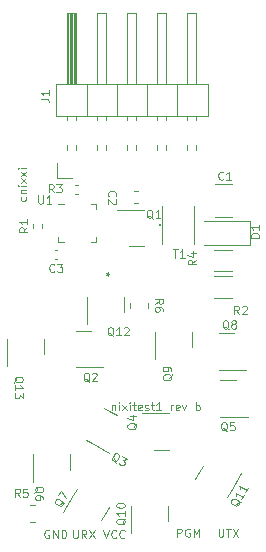
<source format=gbr>
%TF.GenerationSoftware,KiCad,Pcbnew,6.0.11-2627ca5db0~126~ubuntu20.04.1*%
%TF.CreationDate,2023-06-08T18:55:48-04:00*%
%TF.ProjectId,nixitest1,6e697869-7465-4737-9431-2e6b69636164,rev?*%
%TF.SameCoordinates,Original*%
%TF.FileFunction,Legend,Top*%
%TF.FilePolarity,Positive*%
%FSLAX46Y46*%
G04 Gerber Fmt 4.6, Leading zero omitted, Abs format (unit mm)*
G04 Created by KiCad (PCBNEW 6.0.11-2627ca5db0~126~ubuntu20.04.1) date 2023-06-08 18:55:48*
%MOMM*%
%LPD*%
G01*
G04 APERTURE LIST*
%ADD10C,0.100000*%
%ADD11C,0.120000*%
G04 APERTURE END LIST*
D10*
X82966666Y-93150000D02*
X82900000Y-93116666D01*
X82800000Y-93116666D01*
X82700000Y-93150000D01*
X82633333Y-93216666D01*
X82600000Y-93283333D01*
X82566666Y-93416666D01*
X82566666Y-93516666D01*
X82600000Y-93650000D01*
X82633333Y-93716666D01*
X82700000Y-93783333D01*
X82800000Y-93816666D01*
X82866666Y-93816666D01*
X82966666Y-93783333D01*
X83000000Y-93750000D01*
X83000000Y-93516666D01*
X82866666Y-93516666D01*
X83300000Y-93816666D02*
X83300000Y-93116666D01*
X83700000Y-93816666D01*
X83700000Y-93116666D01*
X84033333Y-93816666D02*
X84033333Y-93116666D01*
X84200000Y-93116666D01*
X84300000Y-93150000D01*
X84366666Y-93216666D01*
X84400000Y-93283333D01*
X84433333Y-93416666D01*
X84433333Y-93516666D01*
X84400000Y-93650000D01*
X84366666Y-93716666D01*
X84300000Y-93783333D01*
X84200000Y-93816666D01*
X84033333Y-93816666D01*
X81003333Y-64910000D02*
X81036666Y-64976666D01*
X81036666Y-65110000D01*
X81003333Y-65176666D01*
X80970000Y-65210000D01*
X80903333Y-65243333D01*
X80703333Y-65243333D01*
X80636666Y-65210000D01*
X80603333Y-65176666D01*
X80570000Y-65110000D01*
X80570000Y-64976666D01*
X80603333Y-64910000D01*
X80570000Y-64610000D02*
X81036666Y-64610000D01*
X80636666Y-64610000D02*
X80603333Y-64576666D01*
X80570000Y-64510000D01*
X80570000Y-64410000D01*
X80603333Y-64343333D01*
X80670000Y-64310000D01*
X81036666Y-64310000D01*
X81036666Y-63976666D02*
X80570000Y-63976666D01*
X80336666Y-63976666D02*
X80370000Y-64010000D01*
X80403333Y-63976666D01*
X80370000Y-63943333D01*
X80336666Y-63976666D01*
X80403333Y-63976666D01*
X81036666Y-63710000D02*
X80570000Y-63343333D01*
X80570000Y-63710000D02*
X81036666Y-63343333D01*
X81036666Y-63143333D02*
X80570000Y-62776666D01*
X80570000Y-63143333D02*
X81036666Y-62776666D01*
X81036666Y-62510000D02*
X80570000Y-62510000D01*
X80336666Y-62510000D02*
X80370000Y-62543333D01*
X80403333Y-62510000D01*
X80370000Y-62476666D01*
X80336666Y-62510000D01*
X80403333Y-62510000D01*
X87778023Y-71531666D02*
X87922361Y-71448333D01*
X87947959Y-71626004D02*
X87922361Y-71448333D01*
X87781292Y-71337329D01*
X88087831Y-71468269D02*
X87922361Y-71448333D01*
X87987831Y-71295064D01*
X97325000Y-92991666D02*
X97325000Y-93558333D01*
X97358333Y-93625000D01*
X97391666Y-93658333D01*
X97458333Y-93691666D01*
X97591666Y-93691666D01*
X97658333Y-93658333D01*
X97691666Y-93625000D01*
X97725000Y-93558333D01*
X97725000Y-92991666D01*
X97958333Y-92991666D02*
X98358333Y-92991666D01*
X98158333Y-93691666D02*
X98158333Y-92991666D01*
X98525000Y-92991666D02*
X98991666Y-93691666D01*
X98991666Y-92991666D02*
X98525000Y-93691666D01*
X93816666Y-93691666D02*
X93816666Y-92991666D01*
X94083333Y-92991666D01*
X94150000Y-93025000D01*
X94183333Y-93058333D01*
X94216666Y-93125000D01*
X94216666Y-93225000D01*
X94183333Y-93291666D01*
X94150000Y-93325000D01*
X94083333Y-93358333D01*
X93816666Y-93358333D01*
X94883333Y-93025000D02*
X94816666Y-92991666D01*
X94716666Y-92991666D01*
X94616666Y-93025000D01*
X94550000Y-93091666D01*
X94516666Y-93158333D01*
X94483333Y-93291666D01*
X94483333Y-93391666D01*
X94516666Y-93525000D01*
X94550000Y-93591666D01*
X94616666Y-93658333D01*
X94716666Y-93691666D01*
X94783333Y-93691666D01*
X94883333Y-93658333D01*
X94916666Y-93625000D01*
X94916666Y-93391666D01*
X94783333Y-93391666D01*
X95216666Y-93691666D02*
X95216666Y-92991666D01*
X95450000Y-93491666D01*
X95683333Y-92991666D01*
X95683333Y-93691666D01*
X84991666Y-93116666D02*
X84991666Y-93683333D01*
X85025000Y-93750000D01*
X85058333Y-93783333D01*
X85125000Y-93816666D01*
X85258333Y-93816666D01*
X85325000Y-93783333D01*
X85358333Y-93750000D01*
X85391666Y-93683333D01*
X85391666Y-93116666D01*
X86125000Y-93816666D02*
X85891666Y-93483333D01*
X85725000Y-93816666D02*
X85725000Y-93116666D01*
X85991666Y-93116666D01*
X86058333Y-93150000D01*
X86091666Y-93183333D01*
X86125000Y-93250000D01*
X86125000Y-93350000D01*
X86091666Y-93416666D01*
X86058333Y-93450000D01*
X85991666Y-93483333D01*
X85725000Y-93483333D01*
X86358333Y-93116666D02*
X86825000Y-93816666D01*
X86825000Y-93116666D02*
X86358333Y-93816666D01*
X87566666Y-93116666D02*
X87800000Y-93816666D01*
X88033333Y-93116666D01*
X88666666Y-93750000D02*
X88633333Y-93783333D01*
X88533333Y-93816666D01*
X88466666Y-93816666D01*
X88366666Y-93783333D01*
X88300000Y-93716666D01*
X88266666Y-93650000D01*
X88233333Y-93516666D01*
X88233333Y-93416666D01*
X88266666Y-93283333D01*
X88300000Y-93216666D01*
X88366666Y-93150000D01*
X88466666Y-93116666D01*
X88533333Y-93116666D01*
X88633333Y-93150000D01*
X88666666Y-93183333D01*
X89366666Y-93750000D02*
X89333333Y-93783333D01*
X89233333Y-93816666D01*
X89166666Y-93816666D01*
X89066666Y-93783333D01*
X89000000Y-93716666D01*
X88966666Y-93650000D01*
X88933333Y-93516666D01*
X88933333Y-93416666D01*
X88966666Y-93283333D01*
X89000000Y-93216666D01*
X89066666Y-93150000D01*
X89166666Y-93116666D01*
X89233333Y-93116666D01*
X89333333Y-93150000D01*
X89366666Y-93183333D01*
X88273333Y-82530000D02*
X88273333Y-82996666D01*
X88273333Y-82596666D02*
X88306666Y-82563333D01*
X88373333Y-82530000D01*
X88473333Y-82530000D01*
X88540000Y-82563333D01*
X88573333Y-82630000D01*
X88573333Y-82996666D01*
X88906666Y-82996666D02*
X88906666Y-82530000D01*
X88906666Y-82296666D02*
X88873333Y-82330000D01*
X88906666Y-82363333D01*
X88940000Y-82330000D01*
X88906666Y-82296666D01*
X88906666Y-82363333D01*
X89173333Y-82996666D02*
X89540000Y-82530000D01*
X89173333Y-82530000D02*
X89540000Y-82996666D01*
X89806666Y-82996666D02*
X89806666Y-82530000D01*
X89806666Y-82296666D02*
X89773333Y-82330000D01*
X89806666Y-82363333D01*
X89840000Y-82330000D01*
X89806666Y-82296666D01*
X89806666Y-82363333D01*
X90040000Y-82530000D02*
X90306666Y-82530000D01*
X90140000Y-82296666D02*
X90140000Y-82896666D01*
X90173333Y-82963333D01*
X90240000Y-82996666D01*
X90306666Y-82996666D01*
X90806666Y-82963333D02*
X90740000Y-82996666D01*
X90606666Y-82996666D01*
X90540000Y-82963333D01*
X90506666Y-82896666D01*
X90506666Y-82630000D01*
X90540000Y-82563333D01*
X90606666Y-82530000D01*
X90740000Y-82530000D01*
X90806666Y-82563333D01*
X90840000Y-82630000D01*
X90840000Y-82696666D01*
X90506666Y-82763333D01*
X91106666Y-82963333D02*
X91173333Y-82996666D01*
X91306666Y-82996666D01*
X91373333Y-82963333D01*
X91406666Y-82896666D01*
X91406666Y-82863333D01*
X91373333Y-82796666D01*
X91306666Y-82763333D01*
X91206666Y-82763333D01*
X91140000Y-82730000D01*
X91106666Y-82663333D01*
X91106666Y-82630000D01*
X91140000Y-82563333D01*
X91206666Y-82530000D01*
X91306666Y-82530000D01*
X91373333Y-82563333D01*
X91606666Y-82530000D02*
X91873333Y-82530000D01*
X91706666Y-82296666D02*
X91706666Y-82896666D01*
X91740000Y-82963333D01*
X91806666Y-82996666D01*
X91873333Y-82996666D01*
X92473333Y-82996666D02*
X92073333Y-82996666D01*
X92273333Y-82996666D02*
X92273333Y-82296666D01*
X92206666Y-82396666D01*
X92140000Y-82463333D01*
X92073333Y-82496666D01*
X93306666Y-82996666D02*
X93306666Y-82530000D01*
X93306666Y-82663333D02*
X93340000Y-82596666D01*
X93373333Y-82563333D01*
X93440000Y-82530000D01*
X93506666Y-82530000D01*
X94006666Y-82963333D02*
X93940000Y-82996666D01*
X93806666Y-82996666D01*
X93740000Y-82963333D01*
X93706666Y-82896666D01*
X93706666Y-82630000D01*
X93740000Y-82563333D01*
X93806666Y-82530000D01*
X93940000Y-82530000D01*
X94006666Y-82563333D01*
X94040000Y-82630000D01*
X94040000Y-82696666D01*
X93706666Y-82763333D01*
X94273333Y-82530000D02*
X94440000Y-82996666D01*
X94606666Y-82530000D01*
X95406666Y-82996666D02*
X95406666Y-82296666D01*
X95406666Y-82563333D02*
X95473333Y-82530000D01*
X95606666Y-82530000D01*
X95673333Y-82563333D01*
X95706666Y-82596666D01*
X95740000Y-82663333D01*
X95740000Y-82863333D01*
X95706666Y-82930000D01*
X95673333Y-82963333D01*
X95606666Y-82996666D01*
X95473333Y-82996666D01*
X95406666Y-82963333D01*
%TO.C,C1*%
X97733333Y-63400000D02*
X97700000Y-63433333D01*
X97600000Y-63466666D01*
X97533333Y-63466666D01*
X97433333Y-63433333D01*
X97366666Y-63366666D01*
X97333333Y-63300000D01*
X97300000Y-63166666D01*
X97300000Y-63066666D01*
X97333333Y-62933333D01*
X97366666Y-62866666D01*
X97433333Y-62800000D01*
X97533333Y-62766666D01*
X97600000Y-62766666D01*
X97700000Y-62800000D01*
X97733333Y-62833333D01*
X98400000Y-63466666D02*
X98000000Y-63466666D01*
X98200000Y-63466666D02*
X98200000Y-62766666D01*
X98133333Y-62866666D01*
X98066666Y-62933333D01*
X98000000Y-62966666D01*
%TO.C,Q5*%
X98053333Y-84753333D02*
X97986666Y-84720000D01*
X97920000Y-84653333D01*
X97820000Y-84553333D01*
X97753333Y-84520000D01*
X97686666Y-84520000D01*
X97720000Y-84686666D02*
X97653333Y-84653333D01*
X97586666Y-84586666D01*
X97553333Y-84453333D01*
X97553333Y-84220000D01*
X97586666Y-84086666D01*
X97653333Y-84020000D01*
X97720000Y-83986666D01*
X97853333Y-83986666D01*
X97920000Y-84020000D01*
X97986666Y-84086666D01*
X98020000Y-84220000D01*
X98020000Y-84453333D01*
X97986666Y-84586666D01*
X97920000Y-84653333D01*
X97853333Y-84686666D01*
X97720000Y-84686666D01*
X98653333Y-83986666D02*
X98320000Y-83986666D01*
X98286666Y-84320000D01*
X98320000Y-84286666D01*
X98386666Y-84253333D01*
X98553333Y-84253333D01*
X98620000Y-84286666D01*
X98653333Y-84320000D01*
X98686666Y-84386666D01*
X98686666Y-84553333D01*
X98653333Y-84620000D01*
X98620000Y-84653333D01*
X98553333Y-84686666D01*
X98386666Y-84686666D01*
X98320000Y-84653333D01*
X98286666Y-84620000D01*
%TO.C,Q9*%
X93393333Y-79916666D02*
X93360000Y-79983333D01*
X93293333Y-80050000D01*
X93193333Y-80150000D01*
X93160000Y-80216666D01*
X93160000Y-80283333D01*
X93326666Y-80250000D02*
X93293333Y-80316666D01*
X93226666Y-80383333D01*
X93093333Y-80416666D01*
X92860000Y-80416666D01*
X92726666Y-80383333D01*
X92660000Y-80316666D01*
X92626666Y-80250000D01*
X92626666Y-80116666D01*
X92660000Y-80050000D01*
X92726666Y-79983333D01*
X92860000Y-79950000D01*
X93093333Y-79950000D01*
X93226666Y-79983333D01*
X93293333Y-80050000D01*
X93326666Y-80116666D01*
X93326666Y-80250000D01*
X93326666Y-79616666D02*
X93326666Y-79483333D01*
X93293333Y-79416666D01*
X93260000Y-79383333D01*
X93160000Y-79316666D01*
X93026666Y-79283333D01*
X92760000Y-79283333D01*
X92693333Y-79316666D01*
X92660000Y-79350000D01*
X92626666Y-79416666D01*
X92626666Y-79550000D01*
X92660000Y-79616666D01*
X92693333Y-79650000D01*
X92760000Y-79683333D01*
X92926666Y-79683333D01*
X92993333Y-79650000D01*
X93026666Y-79616666D01*
X93060000Y-79550000D01*
X93060000Y-79416666D01*
X93026666Y-79350000D01*
X92993333Y-79316666D01*
X92926666Y-79283333D01*
%TO.C,Q12*%
X88430000Y-76713333D02*
X88363333Y-76680000D01*
X88296666Y-76613333D01*
X88196666Y-76513333D01*
X88130000Y-76480000D01*
X88063333Y-76480000D01*
X88096666Y-76646666D02*
X88030000Y-76613333D01*
X87963333Y-76546666D01*
X87930000Y-76413333D01*
X87930000Y-76180000D01*
X87963333Y-76046666D01*
X88030000Y-75980000D01*
X88096666Y-75946666D01*
X88230000Y-75946666D01*
X88296666Y-75980000D01*
X88363333Y-76046666D01*
X88396666Y-76180000D01*
X88396666Y-76413333D01*
X88363333Y-76546666D01*
X88296666Y-76613333D01*
X88230000Y-76646666D01*
X88096666Y-76646666D01*
X89063333Y-76646666D02*
X88663333Y-76646666D01*
X88863333Y-76646666D02*
X88863333Y-75946666D01*
X88796666Y-76046666D01*
X88730000Y-76113333D01*
X88663333Y-76146666D01*
X89330000Y-76013333D02*
X89363333Y-75980000D01*
X89430000Y-75946666D01*
X89596666Y-75946666D01*
X89663333Y-75980000D01*
X89696666Y-76013333D01*
X89730000Y-76080000D01*
X89730000Y-76146666D01*
X89696666Y-76246666D01*
X89296666Y-76646666D01*
X89730000Y-76646666D01*
%TO.C,Q13*%
X79986666Y-80640000D02*
X80020000Y-80573333D01*
X80086666Y-80506666D01*
X80186666Y-80406666D01*
X80220000Y-80340000D01*
X80220000Y-80273333D01*
X80053333Y-80306666D02*
X80086666Y-80240000D01*
X80153333Y-80173333D01*
X80286666Y-80140000D01*
X80520000Y-80140000D01*
X80653333Y-80173333D01*
X80720000Y-80240000D01*
X80753333Y-80306666D01*
X80753333Y-80440000D01*
X80720000Y-80506666D01*
X80653333Y-80573333D01*
X80520000Y-80606666D01*
X80286666Y-80606666D01*
X80153333Y-80573333D01*
X80086666Y-80506666D01*
X80053333Y-80440000D01*
X80053333Y-80306666D01*
X80053333Y-81273333D02*
X80053333Y-80873333D01*
X80053333Y-81073333D02*
X80753333Y-81073333D01*
X80653333Y-81006666D01*
X80586666Y-80940000D01*
X80553333Y-80873333D01*
X80753333Y-81506666D02*
X80753333Y-81940000D01*
X80486666Y-81706666D01*
X80486666Y-81806666D01*
X80453333Y-81873333D01*
X80420000Y-81906666D01*
X80353333Y-81940000D01*
X80186666Y-81940000D01*
X80120000Y-81906666D01*
X80086666Y-81873333D01*
X80053333Y-81806666D01*
X80053333Y-81606666D01*
X80086666Y-81540000D01*
X80120000Y-81506666D01*
%TO.C,Q6*%
X81736666Y-89953333D02*
X81770000Y-89886666D01*
X81836666Y-89820000D01*
X81936666Y-89720000D01*
X81970000Y-89653333D01*
X81970000Y-89586666D01*
X81803333Y-89620000D02*
X81836666Y-89553333D01*
X81903333Y-89486666D01*
X82036666Y-89453333D01*
X82270000Y-89453333D01*
X82403333Y-89486666D01*
X82470000Y-89553333D01*
X82503333Y-89620000D01*
X82503333Y-89753333D01*
X82470000Y-89820000D01*
X82403333Y-89886666D01*
X82270000Y-89920000D01*
X82036666Y-89920000D01*
X81903333Y-89886666D01*
X81836666Y-89820000D01*
X81803333Y-89753333D01*
X81803333Y-89620000D01*
X82503333Y-90520000D02*
X82503333Y-90386666D01*
X82470000Y-90320000D01*
X82436666Y-90286666D01*
X82336666Y-90220000D01*
X82203333Y-90186666D01*
X81936666Y-90186666D01*
X81870000Y-90220000D01*
X81836666Y-90253333D01*
X81803333Y-90320000D01*
X81803333Y-90453333D01*
X81836666Y-90520000D01*
X81870000Y-90553333D01*
X81936666Y-90586666D01*
X82103333Y-90586666D01*
X82170000Y-90553333D01*
X82203333Y-90520000D01*
X82236666Y-90453333D01*
X82236666Y-90320000D01*
X82203333Y-90253333D01*
X82170000Y-90220000D01*
X82103333Y-90186666D01*
%TO.C,T1*%
X93466666Y-69366666D02*
X93866666Y-69366666D01*
X93666666Y-70066666D02*
X93666666Y-69366666D01*
X94466666Y-70066666D02*
X94066666Y-70066666D01*
X94266666Y-70066666D02*
X94266666Y-69366666D01*
X94200000Y-69466666D01*
X94133333Y-69533333D01*
X94066666Y-69566666D01*
%TO.C,U1*%
X82066666Y-64796666D02*
X82066666Y-65363333D01*
X82100000Y-65430000D01*
X82133333Y-65463333D01*
X82200000Y-65496666D01*
X82333333Y-65496666D01*
X82400000Y-65463333D01*
X82433333Y-65430000D01*
X82466666Y-65363333D01*
X82466666Y-64796666D01*
X83166666Y-65496666D02*
X82766666Y-65496666D01*
X82966666Y-65496666D02*
X82966666Y-64796666D01*
X82900000Y-64896666D01*
X82833333Y-64963333D01*
X82766666Y-64996666D01*
%TO.C,Q4*%
X90383333Y-84066666D02*
X90350000Y-84133333D01*
X90283333Y-84200000D01*
X90183333Y-84300000D01*
X90150000Y-84366666D01*
X90150000Y-84433333D01*
X90316666Y-84400000D02*
X90283333Y-84466666D01*
X90216666Y-84533333D01*
X90083333Y-84566666D01*
X89850000Y-84566666D01*
X89716666Y-84533333D01*
X89650000Y-84466666D01*
X89616666Y-84400000D01*
X89616666Y-84266666D01*
X89650000Y-84200000D01*
X89716666Y-84133333D01*
X89850000Y-84100000D01*
X90083333Y-84100000D01*
X90216666Y-84133333D01*
X90283333Y-84200000D01*
X90316666Y-84266666D01*
X90316666Y-84400000D01*
X89850000Y-83500000D02*
X90316666Y-83500000D01*
X89583333Y-83666666D02*
X90083333Y-83833333D01*
X90083333Y-83400000D01*
%TO.C,R1*%
X81146666Y-67476666D02*
X80813333Y-67710000D01*
X81146666Y-67876666D02*
X80446666Y-67876666D01*
X80446666Y-67610000D01*
X80480000Y-67543333D01*
X80513333Y-67510000D01*
X80580000Y-67476666D01*
X80680000Y-67476666D01*
X80746666Y-67510000D01*
X80780000Y-67543333D01*
X80813333Y-67610000D01*
X80813333Y-67876666D01*
X81146666Y-66810000D02*
X81146666Y-67210000D01*
X81146666Y-67010000D02*
X80446666Y-67010000D01*
X80546666Y-67076666D01*
X80613333Y-67143333D01*
X80646666Y-67210000D01*
%TO.C,Q2*%
X86393333Y-80573333D02*
X86326666Y-80540000D01*
X86260000Y-80473333D01*
X86160000Y-80373333D01*
X86093333Y-80340000D01*
X86026666Y-80340000D01*
X86060000Y-80506666D02*
X85993333Y-80473333D01*
X85926666Y-80406666D01*
X85893333Y-80273333D01*
X85893333Y-80040000D01*
X85926666Y-79906666D01*
X85993333Y-79840000D01*
X86060000Y-79806666D01*
X86193333Y-79806666D01*
X86260000Y-79840000D01*
X86326666Y-79906666D01*
X86360000Y-80040000D01*
X86360000Y-80273333D01*
X86326666Y-80406666D01*
X86260000Y-80473333D01*
X86193333Y-80506666D01*
X86060000Y-80506666D01*
X86626666Y-79873333D02*
X86660000Y-79840000D01*
X86726666Y-79806666D01*
X86893333Y-79806666D01*
X86960000Y-79840000D01*
X86993333Y-79873333D01*
X87026666Y-79940000D01*
X87026666Y-80006666D01*
X86993333Y-80106666D01*
X86593333Y-80506666D01*
X87026666Y-80506666D01*
%TO.C,Q1*%
X91758333Y-66758333D02*
X91691666Y-66725000D01*
X91625000Y-66658333D01*
X91525000Y-66558333D01*
X91458333Y-66525000D01*
X91391666Y-66525000D01*
X91425000Y-66691666D02*
X91358333Y-66658333D01*
X91291666Y-66591666D01*
X91258333Y-66458333D01*
X91258333Y-66225000D01*
X91291666Y-66091666D01*
X91358333Y-66025000D01*
X91425000Y-65991666D01*
X91558333Y-65991666D01*
X91625000Y-66025000D01*
X91691666Y-66091666D01*
X91725000Y-66225000D01*
X91725000Y-66458333D01*
X91691666Y-66591666D01*
X91625000Y-66658333D01*
X91558333Y-66691666D01*
X91425000Y-66691666D01*
X92391666Y-66691666D02*
X91991666Y-66691666D01*
X92191666Y-66691666D02*
X92191666Y-65991666D01*
X92125000Y-66091666D01*
X92058333Y-66158333D01*
X91991666Y-66191666D01*
%TO.C,R3*%
X83373333Y-64541666D02*
X83140000Y-64208333D01*
X82973333Y-64541666D02*
X82973333Y-63841666D01*
X83240000Y-63841666D01*
X83306666Y-63875000D01*
X83340000Y-63908333D01*
X83373333Y-63975000D01*
X83373333Y-64075000D01*
X83340000Y-64141666D01*
X83306666Y-64175000D01*
X83240000Y-64208333D01*
X82973333Y-64208333D01*
X83606666Y-63841666D02*
X84040000Y-63841666D01*
X83806666Y-64108333D01*
X83906666Y-64108333D01*
X83973333Y-64141666D01*
X84006666Y-64175000D01*
X84040000Y-64241666D01*
X84040000Y-64408333D01*
X84006666Y-64475000D01*
X83973333Y-64508333D01*
X83906666Y-64541666D01*
X83706666Y-64541666D01*
X83640000Y-64508333D01*
X83606666Y-64475000D01*
%TO.C,R6*%
X91923333Y-73973333D02*
X92256666Y-73740000D01*
X91923333Y-73573333D02*
X92623333Y-73573333D01*
X92623333Y-73840000D01*
X92590000Y-73906666D01*
X92556666Y-73940000D01*
X92490000Y-73973333D01*
X92390000Y-73973333D01*
X92323333Y-73940000D01*
X92290000Y-73906666D01*
X92256666Y-73840000D01*
X92256666Y-73573333D01*
X92623333Y-74573333D02*
X92623333Y-74440000D01*
X92590000Y-74373333D01*
X92556666Y-74340000D01*
X92456666Y-74273333D01*
X92323333Y-74240000D01*
X92056666Y-74240000D01*
X91990000Y-74273333D01*
X91956666Y-74306666D01*
X91923333Y-74373333D01*
X91923333Y-74506666D01*
X91956666Y-74573333D01*
X91990000Y-74606666D01*
X92056666Y-74640000D01*
X92223333Y-74640000D01*
X92290000Y-74606666D01*
X92323333Y-74573333D01*
X92356666Y-74506666D01*
X92356666Y-74373333D01*
X92323333Y-74306666D01*
X92290000Y-74273333D01*
X92223333Y-74240000D01*
%TO.C,R2*%
X99068333Y-74841666D02*
X98835000Y-74508333D01*
X98668333Y-74841666D02*
X98668333Y-74141666D01*
X98935000Y-74141666D01*
X99001666Y-74175000D01*
X99035000Y-74208333D01*
X99068333Y-74275000D01*
X99068333Y-74375000D01*
X99035000Y-74441666D01*
X99001666Y-74475000D01*
X98935000Y-74508333D01*
X98668333Y-74508333D01*
X99335000Y-74208333D02*
X99368333Y-74175000D01*
X99435000Y-74141666D01*
X99601666Y-74141666D01*
X99668333Y-74175000D01*
X99701666Y-74208333D01*
X99735000Y-74275000D01*
X99735000Y-74341666D01*
X99701666Y-74441666D01*
X99301666Y-74841666D01*
X99735000Y-74841666D01*
%TO.C,Q10*%
X89453333Y-92130000D02*
X89420000Y-92196666D01*
X89353333Y-92263333D01*
X89253333Y-92363333D01*
X89220000Y-92430000D01*
X89220000Y-92496666D01*
X89386666Y-92463333D02*
X89353333Y-92530000D01*
X89286666Y-92596666D01*
X89153333Y-92630000D01*
X88920000Y-92630000D01*
X88786666Y-92596666D01*
X88720000Y-92530000D01*
X88686666Y-92463333D01*
X88686666Y-92330000D01*
X88720000Y-92263333D01*
X88786666Y-92196666D01*
X88920000Y-92163333D01*
X89153333Y-92163333D01*
X89286666Y-92196666D01*
X89353333Y-92263333D01*
X89386666Y-92330000D01*
X89386666Y-92463333D01*
X89386666Y-91496666D02*
X89386666Y-91896666D01*
X89386666Y-91696666D02*
X88686666Y-91696666D01*
X88786666Y-91763333D01*
X88853333Y-91830000D01*
X88886666Y-91896666D01*
X88686666Y-91063333D02*
X88686666Y-90996666D01*
X88720000Y-90930000D01*
X88753333Y-90896666D01*
X88820000Y-90863333D01*
X88953333Y-90830000D01*
X89120000Y-90830000D01*
X89253333Y-90863333D01*
X89320000Y-90896666D01*
X89353333Y-90930000D01*
X89386666Y-90996666D01*
X89386666Y-91063333D01*
X89353333Y-91130000D01*
X89320000Y-91163333D01*
X89253333Y-91196666D01*
X89120000Y-91230000D01*
X88953333Y-91230000D01*
X88820000Y-91196666D01*
X88753333Y-91163333D01*
X88720000Y-91130000D01*
X88686666Y-91063333D01*
%TO.C,Q11*%
X99210437Y-90738076D02*
X99148236Y-90779145D01*
X99057168Y-90803546D01*
X98920565Y-90840149D01*
X98858364Y-90881217D01*
X98825031Y-90938952D01*
X98986035Y-90993418D02*
X98923834Y-91034486D01*
X98832766Y-91058888D01*
X98700629Y-91021089D01*
X98498557Y-90904422D01*
X98399753Y-90808888D01*
X98375352Y-90717820D01*
X98379817Y-90643418D01*
X98446484Y-90527948D01*
X98508685Y-90486880D01*
X98599753Y-90462478D01*
X98731890Y-90500277D01*
X98933963Y-90616944D01*
X99032766Y-90712478D01*
X99057168Y-90803546D01*
X99052702Y-90877948D01*
X98986035Y-90993418D01*
X99469369Y-90156260D02*
X99269369Y-90502670D01*
X99369369Y-90329465D02*
X98763151Y-89979465D01*
X98816420Y-90087200D01*
X98840822Y-90178269D01*
X98836356Y-90252670D01*
X99802702Y-89578910D02*
X99602702Y-89925320D01*
X99702702Y-89752115D02*
X99096484Y-89402115D01*
X99149753Y-89509850D01*
X99174155Y-89600918D01*
X99169689Y-89675320D01*
%TO.C,J1*%
X82256666Y-56598333D02*
X82756666Y-56598333D01*
X82856666Y-56631666D01*
X82923333Y-56698333D01*
X82956666Y-56798333D01*
X82956666Y-56865000D01*
X82956666Y-55898333D02*
X82956666Y-56298333D01*
X82956666Y-56098333D02*
X82256666Y-56098333D01*
X82356666Y-56165000D01*
X82423333Y-56231666D01*
X82456666Y-56298333D01*
%TO.C,R5*%
X80508333Y-90316666D02*
X80275000Y-89983333D01*
X80108333Y-90316666D02*
X80108333Y-89616666D01*
X80375000Y-89616666D01*
X80441666Y-89650000D01*
X80475000Y-89683333D01*
X80508333Y-89750000D01*
X80508333Y-89850000D01*
X80475000Y-89916666D01*
X80441666Y-89950000D01*
X80375000Y-89983333D01*
X80108333Y-89983333D01*
X81141666Y-89616666D02*
X80808333Y-89616666D01*
X80775000Y-89950000D01*
X80808333Y-89916666D01*
X80875000Y-89883333D01*
X81041666Y-89883333D01*
X81108333Y-89916666D01*
X81141666Y-89950000D01*
X81175000Y-90016666D01*
X81175000Y-90183333D01*
X81141666Y-90250000D01*
X81108333Y-90283333D01*
X81041666Y-90316666D01*
X80875000Y-90316666D01*
X80808333Y-90283333D01*
X80775000Y-90250000D01*
%TO.C,C2*%
X88040000Y-64853333D02*
X88006666Y-64820000D01*
X87973333Y-64720000D01*
X87973333Y-64653333D01*
X88006666Y-64553333D01*
X88073333Y-64486666D01*
X88140000Y-64453333D01*
X88273333Y-64420000D01*
X88373333Y-64420000D01*
X88506666Y-64453333D01*
X88573333Y-64486666D01*
X88640000Y-64553333D01*
X88673333Y-64653333D01*
X88673333Y-64720000D01*
X88640000Y-64820000D01*
X88606666Y-64853333D01*
X88606666Y-65120000D02*
X88640000Y-65153333D01*
X88673333Y-65220000D01*
X88673333Y-65386666D01*
X88640000Y-65453333D01*
X88606666Y-65486666D01*
X88540000Y-65520000D01*
X88473333Y-65520000D01*
X88373333Y-65486666D01*
X87973333Y-65086666D01*
X87973333Y-65520000D01*
%TO.C,Q8*%
X98183333Y-76133333D02*
X98116666Y-76100000D01*
X98050000Y-76033333D01*
X97950000Y-75933333D01*
X97883333Y-75900000D01*
X97816666Y-75900000D01*
X97850000Y-76066666D02*
X97783333Y-76033333D01*
X97716666Y-75966666D01*
X97683333Y-75833333D01*
X97683333Y-75600000D01*
X97716666Y-75466666D01*
X97783333Y-75400000D01*
X97850000Y-75366666D01*
X97983333Y-75366666D01*
X98050000Y-75400000D01*
X98116666Y-75466666D01*
X98150000Y-75600000D01*
X98150000Y-75833333D01*
X98116666Y-75966666D01*
X98050000Y-76033333D01*
X97983333Y-76066666D01*
X97850000Y-76066666D01*
X98550000Y-75666666D02*
X98483333Y-75633333D01*
X98450000Y-75600000D01*
X98416666Y-75533333D01*
X98416666Y-75500000D01*
X98450000Y-75433333D01*
X98483333Y-75400000D01*
X98550000Y-75366666D01*
X98683333Y-75366666D01*
X98750000Y-75400000D01*
X98783333Y-75433333D01*
X98816666Y-75500000D01*
X98816666Y-75533333D01*
X98783333Y-75600000D01*
X98750000Y-75633333D01*
X98683333Y-75666666D01*
X98550000Y-75666666D01*
X98483333Y-75700000D01*
X98450000Y-75733333D01*
X98416666Y-75800000D01*
X98416666Y-75933333D01*
X98450000Y-76000000D01*
X98483333Y-76033333D01*
X98550000Y-76066666D01*
X98683333Y-76066666D01*
X98750000Y-76033333D01*
X98783333Y-76000000D01*
X98816666Y-75933333D01*
X98816666Y-75800000D01*
X98783333Y-75733333D01*
X98750000Y-75700000D01*
X98683333Y-75666666D01*
%TO.C,Q7*%
X84298643Y-90749401D02*
X84236442Y-90790470D01*
X84145373Y-90814871D01*
X84008771Y-90851474D01*
X83946570Y-90892542D01*
X83913237Y-90950277D01*
X84074241Y-91004743D02*
X84012040Y-91045811D01*
X83920972Y-91070213D01*
X83788835Y-91032414D01*
X83586762Y-90915747D01*
X83487959Y-90820213D01*
X83463557Y-90729145D01*
X83468023Y-90654743D01*
X83534690Y-90539273D01*
X83596891Y-90498205D01*
X83687959Y-90473803D01*
X83820096Y-90511602D01*
X84022168Y-90628269D01*
X84120972Y-90723803D01*
X84145373Y-90814871D01*
X84140908Y-90889273D01*
X84074241Y-91004743D01*
X83734690Y-90192863D02*
X83968023Y-89788718D01*
X84424241Y-90398525D01*
%TO.C,Q3*%
X88638245Y-87439284D02*
X88597176Y-87377083D01*
X88572775Y-87286014D01*
X88536172Y-87149412D01*
X88495104Y-87087211D01*
X88437369Y-87053878D01*
X88382903Y-87214882D02*
X88341835Y-87152681D01*
X88317433Y-87061613D01*
X88355232Y-86929476D01*
X88471899Y-86727403D01*
X88567433Y-86628600D01*
X88658501Y-86604198D01*
X88732903Y-86608664D01*
X88848373Y-86675331D01*
X88889441Y-86737532D01*
X88913843Y-86828600D01*
X88876044Y-86960737D01*
X88759377Y-87162809D01*
X88663843Y-87261613D01*
X88572775Y-87286014D01*
X88498373Y-87281549D01*
X88382903Y-87214882D01*
X89194783Y-86875331D02*
X89570061Y-87091997D01*
X89234655Y-87206271D01*
X89321258Y-87256271D01*
X89362326Y-87318472D01*
X89374527Y-87364006D01*
X89370061Y-87438408D01*
X89286728Y-87582745D01*
X89224527Y-87623814D01*
X89178993Y-87636014D01*
X89104591Y-87631549D01*
X88931386Y-87531549D01*
X88890317Y-87469348D01*
X88878117Y-87423814D01*
%TO.C,R4*%
X95426666Y-70236666D02*
X95093333Y-70470000D01*
X95426666Y-70636666D02*
X94726666Y-70636666D01*
X94726666Y-70370000D01*
X94760000Y-70303333D01*
X94793333Y-70270000D01*
X94860000Y-70236666D01*
X94960000Y-70236666D01*
X95026666Y-70270000D01*
X95060000Y-70303333D01*
X95093333Y-70370000D01*
X95093333Y-70636666D01*
X94960000Y-69636666D02*
X95426666Y-69636666D01*
X94693333Y-69803333D02*
X95193333Y-69970000D01*
X95193333Y-69536666D01*
%TO.C,D1*%
X100751666Y-68371666D02*
X100051666Y-68371666D01*
X100051666Y-68205000D01*
X100085000Y-68105000D01*
X100151666Y-68038333D01*
X100218333Y-68005000D01*
X100351666Y-67971666D01*
X100451666Y-67971666D01*
X100585000Y-68005000D01*
X100651666Y-68038333D01*
X100718333Y-68105000D01*
X100751666Y-68205000D01*
X100751666Y-68371666D01*
X100751666Y-67305000D02*
X100751666Y-67705000D01*
X100751666Y-67505000D02*
X100051666Y-67505000D01*
X100151666Y-67571666D01*
X100218333Y-67638333D01*
X100251666Y-67705000D01*
%TO.C,C3*%
X83433333Y-71210000D02*
X83400000Y-71243333D01*
X83300000Y-71276666D01*
X83233333Y-71276666D01*
X83133333Y-71243333D01*
X83066666Y-71176666D01*
X83033333Y-71110000D01*
X83000000Y-70976666D01*
X83000000Y-70876666D01*
X83033333Y-70743333D01*
X83066666Y-70676666D01*
X83133333Y-70610000D01*
X83233333Y-70576666D01*
X83300000Y-70576666D01*
X83400000Y-70610000D01*
X83433333Y-70643333D01*
X83666666Y-70576666D02*
X84100000Y-70576666D01*
X83866666Y-70843333D01*
X83966666Y-70843333D01*
X84033333Y-70876666D01*
X84066666Y-70910000D01*
X84100000Y-70976666D01*
X84100000Y-71143333D01*
X84066666Y-71210000D01*
X84033333Y-71243333D01*
X83966666Y-71276666D01*
X83766666Y-71276666D01*
X83700000Y-71243333D01*
X83666666Y-71210000D01*
D11*
%TO.C,C1*%
X98446252Y-63860000D02*
X97023748Y-63860000D01*
X98446252Y-66580000D02*
X97023748Y-66580000D01*
D10*
%TO.C,Q5*%
X98120000Y-80410000D02*
X98770000Y-80410000D01*
X98120000Y-80410000D02*
X97470000Y-80410000D01*
X98120000Y-83530000D02*
X99795000Y-83530000D01*
X98120000Y-83530000D02*
X97470000Y-83530000D01*
%TO.C,Q9*%
X91950000Y-76990000D02*
X91950000Y-78665000D01*
X91950000Y-76990000D02*
X91950000Y-76340000D01*
X95070000Y-76990000D02*
X95070000Y-76340000D01*
X95070000Y-76990000D02*
X95070000Y-77640000D01*
%TO.C,Q12*%
X86220000Y-74030000D02*
X86220000Y-75705000D01*
X86220000Y-74030000D02*
X86220000Y-73380000D01*
X89340000Y-74030000D02*
X89340000Y-74680000D01*
X89340000Y-74030000D02*
X89340000Y-73380000D01*
%TO.C,Q13*%
X79410000Y-77590000D02*
X79410000Y-79265000D01*
X79410000Y-77590000D02*
X79410000Y-76940000D01*
X82530000Y-77590000D02*
X82530000Y-76940000D01*
X82530000Y-77590000D02*
X82530000Y-78240000D01*
%TO.C,Q6*%
X84740000Y-87370000D02*
X84740000Y-88020000D01*
X81620000Y-87370000D02*
X81620000Y-86720000D01*
X81620000Y-87370000D02*
X81620000Y-89045000D01*
X84740000Y-87370000D02*
X84740000Y-86720000D01*
%TO.C,T1*%
X95210000Y-65690000D02*
X95210000Y-68890000D01*
X92510000Y-65690000D02*
X92510000Y-68890000D01*
X92460000Y-67290000D02*
G75*
G03*
X92460000Y-67290000I-100000J0D01*
G01*
%TO.C,U1*%
X83749999Y-68750000D02*
X83749999Y-68300000D01*
X86519999Y-65530000D02*
X86969999Y-65530000D01*
X84199999Y-68750000D02*
X83749999Y-68750000D01*
X84199999Y-65530000D02*
X83749999Y-65530000D01*
X86519999Y-68750000D02*
X86969999Y-68750000D01*
X86969999Y-65530000D02*
X86969999Y-65980000D01*
X86969999Y-68750000D02*
X86969999Y-68300000D01*
%TO.C,Q4*%
X92500000Y-86350000D02*
X91850000Y-86350000D01*
X92500000Y-83230000D02*
X93150000Y-83230000D01*
X92500000Y-86350000D02*
X93150000Y-86350000D01*
X92500000Y-83230000D02*
X90825000Y-83230000D01*
%TO.C,R1*%
X81620000Y-67513641D02*
X81620000Y-67206359D01*
X82380000Y-67513641D02*
X82380000Y-67206359D01*
%TO.C,Q2*%
X85910000Y-79350000D02*
X85260000Y-79350000D01*
X85910000Y-76230000D02*
X86560000Y-76230000D01*
X85910000Y-79350000D02*
X87585000Y-79350000D01*
X85910000Y-76230000D02*
X85260000Y-76230000D01*
%TO.C,Q1*%
X90400000Y-65990000D02*
X91050000Y-65990000D01*
X90400000Y-69110000D02*
X89750000Y-69110000D01*
X90400000Y-65990000D02*
X88725000Y-65990000D01*
X90400000Y-69110000D02*
X91050000Y-69110000D01*
%TO.C,R3*%
X85136359Y-64680000D02*
X85443641Y-64680000D01*
X85136359Y-63920000D02*
X85443641Y-63920000D01*
%TO.C,R6*%
X91325000Y-73862936D02*
X91325000Y-74317064D01*
X89855000Y-73862936D02*
X89855000Y-74317064D01*
%TO.C,R2*%
X96977936Y-73465000D02*
X98432064Y-73465000D01*
X96977936Y-71645000D02*
X98432064Y-71645000D01*
%TO.C,Q10*%
X93030000Y-91730000D02*
X93030000Y-92380000D01*
X89910000Y-91730000D02*
X89910000Y-93405000D01*
X93030000Y-91730000D02*
X93030000Y-91080000D01*
X89910000Y-91730000D02*
X89910000Y-91080000D01*
%TO.C,Q11*%
X98351000Y-89780000D02*
X99188500Y-88329407D01*
X98351000Y-89780000D02*
X98026000Y-90342917D01*
X95649000Y-88220000D02*
X95324000Y-88782917D01*
X95649000Y-88220000D02*
X95974000Y-87657083D01*
%TO.C,J1*%
X87070000Y-49380000D02*
X87830000Y-49380000D01*
X85290000Y-60910000D02*
X85290000Y-60522929D01*
X84530000Y-55380000D02*
X84530000Y-49380000D01*
X87070000Y-58437071D02*
X87070000Y-58040000D01*
X84830000Y-55380000D02*
X84830000Y-49380000D01*
X89610000Y-55380000D02*
X89610000Y-49380000D01*
X87070000Y-55380000D02*
X87070000Y-49380000D01*
X94690000Y-49380000D02*
X95450000Y-49380000D01*
X92150000Y-49380000D02*
X92910000Y-49380000D01*
X87830000Y-60977071D02*
X87830000Y-60522929D01*
X92910000Y-49380000D02*
X92910000Y-55380000D01*
X84590000Y-55380000D02*
X84590000Y-49380000D01*
X83580000Y-58040000D02*
X96400000Y-58040000D01*
X96400000Y-58040000D02*
X96400000Y-55380000D01*
X83580000Y-55380000D02*
X83580000Y-58040000D01*
X92910000Y-58437071D02*
X92910000Y-58040000D01*
X85290000Y-58437071D02*
X85290000Y-58040000D01*
X90370000Y-49380000D02*
X90370000Y-55380000D01*
X84530000Y-49380000D02*
X85290000Y-49380000D01*
X94690000Y-58437071D02*
X94690000Y-58040000D01*
X90370000Y-60977071D02*
X90370000Y-60522929D01*
X83640000Y-63290000D02*
X83640000Y-62020000D01*
X92150000Y-60977071D02*
X92150000Y-60522929D01*
X87830000Y-49380000D02*
X87830000Y-55380000D01*
X94690000Y-55380000D02*
X94690000Y-49380000D01*
X94690000Y-60977071D02*
X94690000Y-60522929D01*
X91260000Y-58040000D02*
X91260000Y-55380000D01*
X90370000Y-58437071D02*
X90370000Y-58040000D01*
X89610000Y-60977071D02*
X89610000Y-60522929D01*
X93800000Y-58040000D02*
X93800000Y-55380000D01*
X87830000Y-58437071D02*
X87830000Y-58040000D01*
X84950000Y-55380000D02*
X84950000Y-49380000D01*
X84710000Y-55380000D02*
X84710000Y-49380000D01*
X85190000Y-55380000D02*
X85190000Y-49380000D01*
X92150000Y-58437071D02*
X92150000Y-58040000D01*
X86180000Y-58040000D02*
X86180000Y-55380000D01*
X85070000Y-55380000D02*
X85070000Y-49380000D01*
X89610000Y-49380000D02*
X90370000Y-49380000D01*
X87070000Y-60977071D02*
X87070000Y-60522929D01*
X88720000Y-58040000D02*
X88720000Y-55380000D01*
X95450000Y-58437071D02*
X95450000Y-58040000D01*
X89610000Y-58437071D02*
X89610000Y-58040000D01*
X95450000Y-49380000D02*
X95450000Y-55380000D01*
X85290000Y-49380000D02*
X85290000Y-55380000D01*
X84530000Y-60910000D02*
X84530000Y-60522929D01*
X96400000Y-55380000D02*
X83580000Y-55380000D01*
X84910000Y-63290000D02*
X83640000Y-63290000D01*
X92910000Y-60977071D02*
X92910000Y-60522929D01*
X95450000Y-60977071D02*
X95450000Y-60522929D01*
X84530000Y-58437071D02*
X84530000Y-58040000D01*
X92150000Y-55380000D02*
X92150000Y-49380000D01*
%TO.C,R5*%
X81807064Y-92465000D02*
X81352936Y-92465000D01*
X81807064Y-90995000D02*
X81352936Y-90995000D01*
%TO.C,C2*%
X90480580Y-64400000D02*
X90199420Y-64400000D01*
X90480580Y-65420000D02*
X90199420Y-65420000D01*
%TO.C,Q8*%
X98000000Y-79560000D02*
X97350000Y-79560000D01*
X98000000Y-76440000D02*
X98650000Y-76440000D01*
X98000000Y-79560000D02*
X99675000Y-79560000D01*
X98000000Y-76440000D02*
X97350000Y-76440000D01*
%TO.C,Q7*%
X84999000Y-90170000D02*
X84161500Y-91620593D01*
X84999000Y-90170000D02*
X85324000Y-89607083D01*
X87701000Y-91730000D02*
X88026000Y-91167083D01*
X87701000Y-91730000D02*
X87376000Y-92292917D01*
%TO.C,Q3*%
X88190000Y-83089000D02*
X88752917Y-83414000D01*
X88190000Y-83089000D02*
X87627083Y-82764000D01*
X86630000Y-85791000D02*
X88080593Y-86628500D01*
X86630000Y-85791000D02*
X86067083Y-85466000D01*
%TO.C,R4*%
X98432064Y-71195000D02*
X96977936Y-71195000D01*
X98432064Y-69375000D02*
X96977936Y-69375000D01*
%TO.C,D1*%
X99965000Y-66975000D02*
X96115000Y-66975000D01*
X99965000Y-68975000D02*
X96115000Y-68975000D01*
X99965000Y-68975000D02*
X99965000Y-66975000D01*
%TO.C,C3*%
X83657836Y-70160000D02*
X83442164Y-70160000D01*
X83657836Y-69440000D02*
X83442164Y-69440000D01*
%TD*%
M02*

</source>
